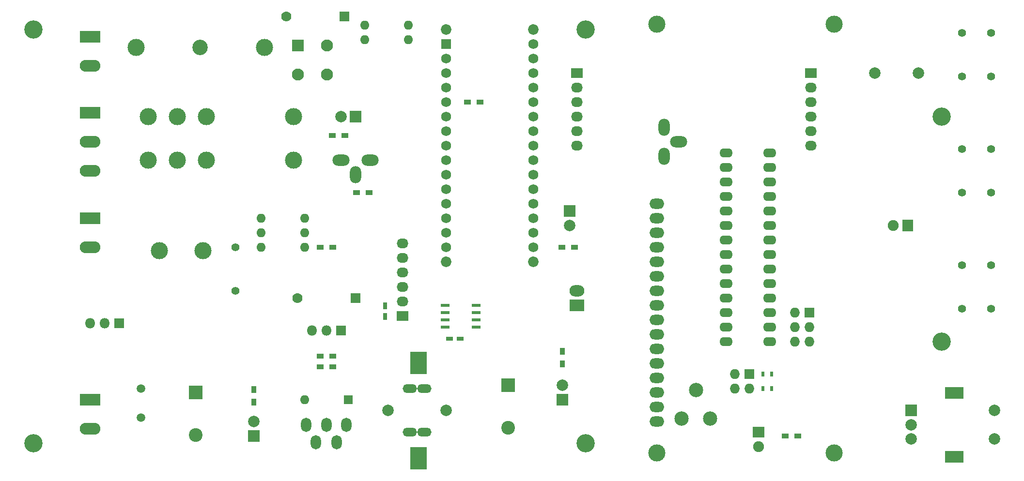
<source format=gbr>
%TF.GenerationSoftware,KiCad,Pcbnew,4.0.5+dfsg1-4*%
%TF.CreationDate,2018-12-31T14:04:09+01:00*%
%TF.ProjectId,HotAirGun,486F7441697247756E2E6B696361645F,rev?*%
%TF.FileFunction,Soldermask,Top*%
%FSLAX46Y46*%
G04 Gerber Fmt 4.6, Leading zero omitted, Abs format (unit mm)*
G04 Created by KiCad (PCBNEW 4.0.5+dfsg1-4) date Mon Dec 31 14:04:09 2018*
%MOMM*%
%LPD*%
G01*
G04 APERTURE LIST*
%ADD10C,0.100000*%
%ADD11O,2.600000X1.800000*%
%ADD12C,3.000000*%
%ADD13R,3.600000X2.100000*%
%ADD14O,3.600000X2.100000*%
%ADD15C,1.727200*%
%ADD16R,1.727200X1.727200*%
%ADD17C,1.850000*%
%ADD18R,1.200000X0.900000*%
%ADD19R,2.400000X2.400000*%
%ADD20C,2.400000*%
%ADD21R,1.800000X1.800000*%
%ADD22O,1.800000X1.800000*%
%ADD23R,1.600000X1.600000*%
%ADD24O,1.600000X1.600000*%
%ADD25C,1.397000*%
%ADD26C,2.100000*%
%ADD27R,2.100000X2.100000*%
%ADD28C,1.778000*%
%ADD29R,1.778000X1.778000*%
%ADD30R,0.500000X0.900000*%
%ADD31C,2.000000*%
%ADD32O,1.800860X2.499360*%
%ADD33O,2.300000X1.600000*%
%ADD34R,3.200000X2.000000*%
%ADD35R,2.000000X2.000000*%
%ADD36R,0.900000X1.200000*%
%ADD37O,1.998980X2.999740*%
%ADD38O,2.999740X1.998980*%
%ADD39R,2.032000X1.727200*%
%ADD40O,2.032000X1.727200*%
%ADD41O,1.727200X1.727200*%
%ADD42R,2.000000X1.900000*%
%ADD43C,1.900000*%
%ADD44R,1.900000X2.000000*%
%ADD45R,1.200000X0.750000*%
%ADD46R,0.750000X1.200000*%
%ADD47C,2.499360*%
%ADD48C,2.999740*%
%ADD49O,2.500000X1.524000*%
%ADD50C,2.700000*%
%ADD51R,1.550000X0.600000*%
%ADD52C,1.501140*%
%ADD53R,2.600000X2.000000*%
%ADD54O,2.600000X2.000000*%
%ADD55R,2.999740X4.000500*%
%ADD56C,3.200000*%
G04 APERTURE END LIST*
D10*
D11*
X167640000Y-129794000D03*
X167640000Y-127254000D03*
X167640000Y-124714000D03*
X167640000Y-122174000D03*
X167640000Y-119634000D03*
X167640000Y-117094000D03*
X167640000Y-114554000D03*
X167640000Y-112014000D03*
X167640000Y-109474000D03*
X167640000Y-106934000D03*
X167640000Y-104394000D03*
X167640000Y-101854000D03*
X167640000Y-99314000D03*
X167640000Y-96774000D03*
X167640000Y-94234000D03*
X167640000Y-91694000D03*
D12*
X167640000Y-135293100D03*
X198640700Y-135293100D03*
X198640700Y-60294520D03*
X167640000Y-60294520D03*
D13*
X68580000Y-125984000D03*
D14*
X68580000Y-131064000D03*
D15*
X146050000Y-63754000D03*
X146050000Y-66294000D03*
X146050000Y-68834000D03*
X146050000Y-71374000D03*
X146050000Y-73914000D03*
X146050000Y-76454000D03*
X146050000Y-78994000D03*
X146050000Y-81534000D03*
X146050000Y-84074000D03*
X146050000Y-86614000D03*
X146050000Y-89154000D03*
X146050000Y-91694000D03*
X146050000Y-94234000D03*
X146050000Y-96774000D03*
X146050000Y-99314000D03*
X130810000Y-99314000D03*
X130810000Y-96774000D03*
X130810000Y-94234000D03*
X130810000Y-91694000D03*
X130810000Y-89154000D03*
X130810000Y-86614000D03*
X130810000Y-84074000D03*
X130810000Y-81534000D03*
X130810000Y-78994000D03*
X130810000Y-76454000D03*
X130810000Y-73914000D03*
X130810000Y-71374000D03*
X130810000Y-68834000D03*
X130810000Y-66294000D03*
D16*
X130810000Y-63754000D03*
D17*
X130810000Y-61214000D03*
X146050000Y-61214000D03*
X130810000Y-101854000D03*
X146050000Y-101854000D03*
D18*
X110955000Y-120269000D03*
X108755000Y-120269000D03*
D19*
X86995000Y-124714000D03*
D20*
X86995000Y-132214000D03*
D19*
X141605000Y-123444000D03*
D20*
X141605000Y-130944000D03*
D21*
X73660000Y-112649000D03*
D22*
X71120000Y-112649000D03*
X68580000Y-112649000D03*
D23*
X113665000Y-125984000D03*
D24*
X106045000Y-125984000D03*
D12*
X88265000Y-99949000D03*
X80645000Y-99949000D03*
D21*
X112395000Y-113919000D03*
D22*
X109855000Y-113919000D03*
X107315000Y-113919000D03*
D25*
X220980000Y-102489000D03*
X226060000Y-102489000D03*
X220980000Y-110109000D03*
X226060000Y-110109000D03*
X220980000Y-82169000D03*
X226060000Y-82169000D03*
X220980000Y-89789000D03*
X226060000Y-89789000D03*
X220980000Y-61849000D03*
X226060000Y-61849000D03*
X220980000Y-69469000D03*
X226060000Y-69469000D03*
D26*
X109982000Y-69088000D03*
X109982000Y-64008000D03*
D27*
X104902000Y-64008000D03*
D26*
X104902000Y-69088000D03*
D28*
X102870000Y-58928000D03*
D29*
X113030000Y-58928000D03*
D28*
X104775000Y-108204000D03*
D29*
X114935000Y-108204000D03*
D25*
X93980000Y-106934000D03*
X93980000Y-99314000D03*
D30*
X187694000Y-124079000D03*
X186194000Y-124079000D03*
X187694000Y-121539000D03*
X186194000Y-121539000D03*
D31*
X205750160Y-68834000D03*
X213349840Y-68834000D03*
D13*
X68580000Y-62484000D03*
D14*
X68580000Y-67564000D03*
D13*
X68580000Y-75819000D03*
D14*
X68580000Y-80899000D03*
X68580000Y-85979000D03*
D13*
X68580000Y-94234000D03*
D14*
X68580000Y-99314000D03*
D24*
X106045000Y-99314000D03*
X106045000Y-96774000D03*
X106045000Y-94234000D03*
X98425000Y-94234000D03*
X98425000Y-96774000D03*
X98425000Y-99314000D03*
X116586000Y-60452000D03*
X116586000Y-62992000D03*
X124206000Y-62992000D03*
X124206000Y-60452000D03*
D32*
X109855000Y-130439160D03*
X113355120Y-130439160D03*
X106354880Y-130439160D03*
X108054140Y-133438900D03*
X111655860Y-133438900D03*
D33*
X179705000Y-82804000D03*
X179705000Y-85344000D03*
X179705000Y-87884000D03*
X179705000Y-90424000D03*
X179705000Y-92964000D03*
X179705000Y-95504000D03*
X179705000Y-98044000D03*
X179705000Y-100584000D03*
X179705000Y-103124000D03*
X179705000Y-105664000D03*
X179705000Y-108204000D03*
X179705000Y-110744000D03*
X179705000Y-113284000D03*
X179705000Y-115824000D03*
X187325000Y-115824000D03*
X187325000Y-113284000D03*
X187325000Y-110744000D03*
X187325000Y-108204000D03*
X187325000Y-105664000D03*
X187325000Y-103124000D03*
X187325000Y-100584000D03*
X187325000Y-98044000D03*
X187325000Y-95504000D03*
X187325000Y-92964000D03*
X187325000Y-90424000D03*
X187325000Y-87884000D03*
X187325000Y-85344000D03*
X187325000Y-82804000D03*
D31*
X226590000Y-132889000D03*
X226590000Y-127889000D03*
D34*
X219590000Y-135989000D03*
X219590000Y-124789000D03*
D31*
X212090000Y-132889000D03*
X212090000Y-130389000D03*
D35*
X212090000Y-127889000D03*
D18*
X108755000Y-118364000D03*
X110955000Y-118364000D03*
X153246000Y-99314000D03*
X151046000Y-99314000D03*
D36*
X151130000Y-117518000D03*
X151130000Y-119718000D03*
X97155000Y-124249000D03*
X97155000Y-126449000D03*
D18*
X113114000Y-79756000D03*
X110914000Y-79756000D03*
X190035000Y-132334000D03*
X192235000Y-132334000D03*
D37*
X114935000Y-86614000D03*
D38*
X117475000Y-84074000D03*
X112395000Y-84074000D03*
D39*
X123190000Y-111379000D03*
D40*
X123190000Y-108839000D03*
X123190000Y-106299000D03*
X123190000Y-103759000D03*
X123190000Y-101219000D03*
X123190000Y-98679000D03*
D39*
X153670000Y-68834000D03*
D40*
X153670000Y-71374000D03*
X153670000Y-73914000D03*
X153670000Y-76454000D03*
X153670000Y-78994000D03*
X153670000Y-81534000D03*
D16*
X183769000Y-121539000D03*
D41*
X181229000Y-121539000D03*
X183769000Y-124079000D03*
X181229000Y-124079000D03*
D39*
X194564000Y-68834000D03*
D40*
X194564000Y-71374000D03*
X194564000Y-73914000D03*
X194564000Y-76454000D03*
X194564000Y-78994000D03*
X194564000Y-81534000D03*
D16*
X194310000Y-110744000D03*
D41*
X191770000Y-110744000D03*
X194310000Y-113284000D03*
X191770000Y-113284000D03*
X194310000Y-115824000D03*
X191770000Y-115824000D03*
D35*
X152400000Y-92964000D03*
D31*
X152400000Y-95504000D03*
D35*
X151130000Y-125984000D03*
D31*
X151130000Y-123444000D03*
D35*
X97155000Y-132334000D03*
D31*
X97155000Y-129794000D03*
D35*
X114935000Y-76454000D03*
D31*
X112395000Y-76454000D03*
D42*
X185420000Y-131699000D03*
D43*
X185420000Y-134239000D03*
D44*
X211455000Y-95504000D03*
D43*
X208915000Y-95504000D03*
D45*
X131384000Y-115316000D03*
X133284000Y-115316000D03*
D46*
X120142000Y-111440000D03*
X120142000Y-109540000D03*
D38*
X171450000Y-80899000D03*
D37*
X168910000Y-83439000D03*
X168910000Y-78359000D03*
D47*
X174457360Y-124287280D03*
X176956720Y-129286000D03*
X171958000Y-129286000D03*
D48*
X104140000Y-84074000D03*
X104140000Y-76454000D03*
X88900000Y-76454000D03*
X83820000Y-76454000D03*
X78740000Y-76454000D03*
X88900000Y-84074000D03*
X83820000Y-84074000D03*
X78740000Y-84074000D03*
D49*
X127000000Y-131699000D03*
X124460000Y-131699000D03*
X124460000Y-124079000D03*
X127000000Y-124079000D03*
D31*
X130810000Y-127889000D03*
X120650000Y-127889000D03*
D12*
X99060000Y-64389000D03*
X76560000Y-64389000D03*
D50*
X87810000Y-64389000D03*
D51*
X130650000Y-109474000D03*
X130650000Y-110744000D03*
X130650000Y-112014000D03*
X130650000Y-113284000D03*
X136050000Y-113284000D03*
X136050000Y-112014000D03*
X136050000Y-110744000D03*
X136050000Y-109474000D03*
D52*
X77470000Y-129159000D03*
X77480160Y-124079000D03*
D53*
X153670000Y-109474000D03*
D54*
X153670000Y-106934000D03*
D18*
X108755000Y-99314000D03*
X110955000Y-99314000D03*
X117305000Y-89789000D03*
X115105000Y-89789000D03*
X136736000Y-73914000D03*
X134536000Y-73914000D03*
D55*
X125984000Y-119557800D03*
X125984000Y-136220200D03*
D56*
X155194000Y-61214000D03*
X58674000Y-61214000D03*
X58674000Y-133604000D03*
X155194000Y-133604000D03*
X217424000Y-76454000D03*
X217424000Y-115824000D03*
M02*

</source>
